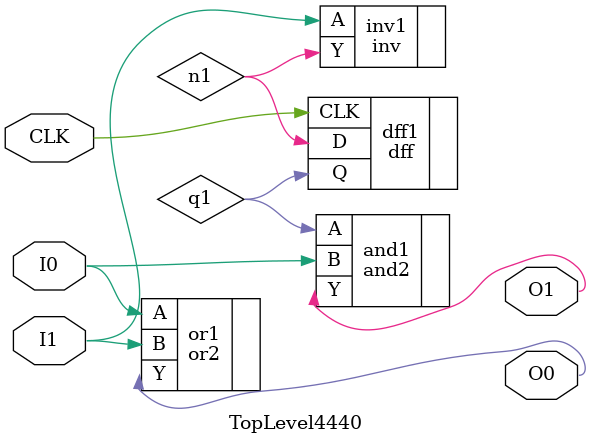
<source format=v>

module TopLevel4440(I0, I1, CLK, O0, O1);
  input I0, I1, CLK;
  output O0, O1;
  
  wire n1, q1;
  
  // Combinational logic for O0
  or2 or1(.A(I0), .B(I1), .Y(O0));    // O0 = I0 | I1
  
  // Registered output O1 with logic after DFF
  inv inv1(.A(I1), .Y(n1));           // n1 = ~I1
  dff dff1(.D(n1), .CLK(CLK), .Q(q1)); // q1 = register(~I1)
  and2 and1(.A(q1), .B(I0), .Y(O1));  // O1 = q1 & I0
  
endmodule

</source>
